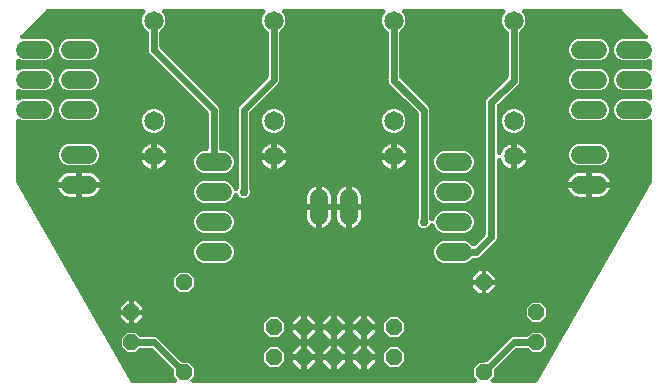
<source format=gbl>
G04 EAGLE Gerber RS-274X export*
G75*
%MOMM*%
%FSLAX34Y34*%
%LPD*%
%INBottom Copper*%
%IPPOS*%
%AMOC8*
5,1,8,0,0,1.08239X$1,22.5*%
G01*
%ADD10P,1.429621X8X292.500000*%
%ADD11P,1.539592X8X22.500000*%
%ADD12P,1.429621X8X112.500000*%
%ADD13C,1.524000*%
%ADD14C,1.650000*%
%ADD15C,0.609600*%
%ADD16C,0.756400*%

G36*
X144898Y10162D02*
X144898Y10162D01*
X144907Y10161D01*
X145099Y10182D01*
X145290Y10201D01*
X145299Y10203D01*
X145308Y10204D01*
X145490Y10262D01*
X145675Y10319D01*
X145683Y10323D01*
X145692Y10326D01*
X145860Y10419D01*
X146029Y10511D01*
X146036Y10516D01*
X146044Y10521D01*
X146191Y10645D01*
X146338Y10768D01*
X146344Y10775D01*
X146351Y10781D01*
X146470Y10932D01*
X146591Y11082D01*
X146595Y11090D01*
X146600Y11097D01*
X146688Y11270D01*
X146776Y11439D01*
X146779Y11448D01*
X146783Y11456D01*
X146835Y11642D01*
X146888Y11826D01*
X146888Y11835D01*
X146891Y11844D01*
X146905Y12037D01*
X146921Y12228D01*
X146920Y12236D01*
X146920Y12245D01*
X146896Y12438D01*
X146874Y12627D01*
X146871Y12636D01*
X146870Y12645D01*
X146808Y12828D01*
X146749Y13010D01*
X146744Y13018D01*
X146742Y13026D01*
X146646Y13192D01*
X146551Y13361D01*
X146545Y13368D01*
X146541Y13375D01*
X146326Y13628D01*
X144271Y15683D01*
X144271Y19871D01*
X144269Y19897D01*
X144271Y19924D01*
X144249Y20098D01*
X144231Y20271D01*
X144224Y20297D01*
X144220Y20323D01*
X144165Y20489D01*
X144113Y20656D01*
X144100Y20680D01*
X144092Y20705D01*
X144005Y20857D01*
X143921Y21010D01*
X143904Y21031D01*
X143891Y21054D01*
X143676Y21307D01*
X125701Y39282D01*
X125680Y39299D01*
X125663Y39320D01*
X125525Y39427D01*
X125389Y39537D01*
X125366Y39550D01*
X125345Y39566D01*
X125188Y39644D01*
X125034Y39726D01*
X125008Y39734D01*
X124984Y39746D01*
X124815Y39791D01*
X124648Y39841D01*
X124621Y39843D01*
X124595Y39850D01*
X124265Y39877D01*
X115714Y39877D01*
X115688Y39875D01*
X115661Y39877D01*
X115487Y39855D01*
X115314Y39837D01*
X115288Y39830D01*
X115262Y39826D01*
X115096Y39770D01*
X114929Y39719D01*
X114905Y39706D01*
X114880Y39698D01*
X114728Y39611D01*
X114575Y39527D01*
X114554Y39510D01*
X114531Y39497D01*
X114278Y39282D01*
X111317Y36321D01*
X104583Y36321D01*
X99821Y41083D01*
X99821Y47817D01*
X104583Y52579D01*
X111317Y52579D01*
X114278Y49618D01*
X114299Y49601D01*
X114316Y49580D01*
X114454Y49473D01*
X114590Y49363D01*
X114613Y49350D01*
X114634Y49334D01*
X114791Y49256D01*
X114945Y49174D01*
X114971Y49166D01*
X114995Y49154D01*
X115164Y49109D01*
X115331Y49059D01*
X115358Y49057D01*
X115384Y49050D01*
X115714Y49023D01*
X127910Y49023D01*
X129590Y48327D01*
X150143Y27774D01*
X150164Y27757D01*
X150181Y27736D01*
X150319Y27629D01*
X150455Y27519D01*
X150478Y27506D01*
X150499Y27490D01*
X150656Y27412D01*
X150810Y27330D01*
X150836Y27322D01*
X150860Y27310D01*
X151029Y27265D01*
X151196Y27215D01*
X151223Y27213D01*
X151249Y27206D01*
X151579Y27179D01*
X155767Y27179D01*
X160529Y22417D01*
X160529Y15683D01*
X158474Y13628D01*
X158468Y13621D01*
X158462Y13616D01*
X158341Y13466D01*
X158219Y13317D01*
X158215Y13309D01*
X158209Y13302D01*
X158121Y13132D01*
X158030Y12961D01*
X158028Y12952D01*
X158024Y12945D01*
X157971Y12760D01*
X157916Y12575D01*
X157915Y12566D01*
X157912Y12558D01*
X157897Y12367D01*
X157879Y12174D01*
X157880Y12165D01*
X157879Y12156D01*
X157902Y11967D01*
X157923Y11774D01*
X157925Y11765D01*
X157926Y11757D01*
X157986Y11575D01*
X158044Y11390D01*
X158048Y11382D01*
X158051Y11374D01*
X158146Y11205D01*
X158239Y11038D01*
X158245Y11031D01*
X158249Y11023D01*
X158375Y10877D01*
X158499Y10731D01*
X158506Y10725D01*
X158512Y10718D01*
X158664Y10601D01*
X158815Y10481D01*
X158823Y10477D01*
X158830Y10472D01*
X159002Y10386D01*
X159174Y10299D01*
X159183Y10296D01*
X159191Y10292D01*
X159377Y10242D01*
X159562Y10191D01*
X159571Y10190D01*
X159580Y10188D01*
X159910Y10161D01*
X398890Y10161D01*
X398898Y10162D01*
X398907Y10161D01*
X399099Y10182D01*
X399290Y10201D01*
X399299Y10203D01*
X399308Y10204D01*
X399490Y10262D01*
X399675Y10319D01*
X399683Y10323D01*
X399692Y10326D01*
X399860Y10419D01*
X400029Y10511D01*
X400036Y10516D01*
X400044Y10521D01*
X400191Y10645D01*
X400338Y10768D01*
X400344Y10775D01*
X400351Y10781D01*
X400470Y10932D01*
X400591Y11082D01*
X400595Y11090D01*
X400600Y11097D01*
X400688Y11270D01*
X400776Y11439D01*
X400779Y11448D01*
X400783Y11456D01*
X400835Y11642D01*
X400888Y11826D01*
X400888Y11835D01*
X400891Y11844D01*
X400905Y12037D01*
X400921Y12228D01*
X400920Y12236D01*
X400920Y12245D01*
X400896Y12438D01*
X400874Y12627D01*
X400871Y12636D01*
X400870Y12645D01*
X400808Y12828D01*
X400749Y13010D01*
X400744Y13018D01*
X400742Y13026D01*
X400646Y13192D01*
X400551Y13361D01*
X400545Y13368D01*
X400541Y13375D01*
X400326Y13628D01*
X398271Y15683D01*
X398271Y22417D01*
X403033Y27179D01*
X407221Y27179D01*
X407247Y27181D01*
X407274Y27179D01*
X407448Y27201D01*
X407621Y27219D01*
X407647Y27226D01*
X407673Y27230D01*
X407839Y27285D01*
X408006Y27337D01*
X408030Y27350D01*
X408055Y27358D01*
X408207Y27445D01*
X408360Y27529D01*
X408381Y27546D01*
X408404Y27559D01*
X408657Y27774D01*
X429210Y48327D01*
X430890Y49023D01*
X443086Y49023D01*
X443112Y49025D01*
X443139Y49023D01*
X443313Y49045D01*
X443486Y49063D01*
X443512Y49070D01*
X443538Y49074D01*
X443704Y49130D01*
X443871Y49181D01*
X443895Y49194D01*
X443920Y49202D01*
X444072Y49289D01*
X444225Y49373D01*
X444246Y49390D01*
X444269Y49403D01*
X444522Y49618D01*
X447483Y52579D01*
X454217Y52579D01*
X458979Y47817D01*
X458979Y41083D01*
X454217Y36321D01*
X447483Y36321D01*
X444522Y39282D01*
X444501Y39299D01*
X444484Y39320D01*
X444346Y39427D01*
X444210Y39537D01*
X444187Y39550D01*
X444166Y39566D01*
X444009Y39644D01*
X443855Y39726D01*
X443829Y39734D01*
X443805Y39746D01*
X443636Y39791D01*
X443469Y39841D01*
X443442Y39843D01*
X443416Y39850D01*
X443086Y39877D01*
X434535Y39877D01*
X434509Y39875D01*
X434482Y39877D01*
X434308Y39855D01*
X434135Y39837D01*
X434109Y39830D01*
X434083Y39826D01*
X433917Y39771D01*
X433750Y39719D01*
X433726Y39706D01*
X433701Y39698D01*
X433549Y39611D01*
X433396Y39527D01*
X433375Y39510D01*
X433352Y39497D01*
X433099Y39282D01*
X415124Y21307D01*
X415107Y21286D01*
X415086Y21269D01*
X414979Y21131D01*
X414869Y20995D01*
X414856Y20972D01*
X414840Y20951D01*
X414762Y20794D01*
X414680Y20640D01*
X414672Y20614D01*
X414660Y20590D01*
X414615Y20421D01*
X414565Y20254D01*
X414563Y20227D01*
X414556Y20201D01*
X414529Y19871D01*
X414529Y15683D01*
X412474Y13628D01*
X412468Y13621D01*
X412462Y13616D01*
X412341Y13466D01*
X412219Y13317D01*
X412215Y13309D01*
X412209Y13302D01*
X412121Y13132D01*
X412030Y12961D01*
X412028Y12952D01*
X412024Y12945D01*
X411971Y12760D01*
X411916Y12575D01*
X411915Y12566D01*
X411912Y12558D01*
X411897Y12367D01*
X411879Y12174D01*
X411880Y12165D01*
X411879Y12156D01*
X411902Y11967D01*
X411923Y11774D01*
X411925Y11765D01*
X411926Y11757D01*
X411986Y11575D01*
X412044Y11390D01*
X412048Y11382D01*
X412051Y11374D01*
X412146Y11205D01*
X412239Y11038D01*
X412245Y11031D01*
X412249Y11023D01*
X412375Y10877D01*
X412499Y10731D01*
X412506Y10725D01*
X412512Y10718D01*
X412664Y10601D01*
X412815Y10481D01*
X412823Y10477D01*
X412830Y10472D01*
X413002Y10386D01*
X413174Y10299D01*
X413183Y10296D01*
X413191Y10292D01*
X413377Y10242D01*
X413562Y10191D01*
X413571Y10190D01*
X413580Y10188D01*
X413910Y10161D01*
X450125Y10161D01*
X450220Y10170D01*
X450315Y10170D01*
X450420Y10190D01*
X450525Y10201D01*
X450617Y10229D01*
X450710Y10247D01*
X450809Y10288D01*
X450910Y10319D01*
X450994Y10364D01*
X451083Y10401D01*
X451171Y10460D01*
X451264Y10511D01*
X451338Y10572D01*
X451417Y10625D01*
X451492Y10700D01*
X451574Y10768D01*
X451633Y10843D01*
X451701Y10911D01*
X451775Y11018D01*
X451826Y11082D01*
X451850Y11128D01*
X451888Y11184D01*
X548372Y180030D01*
X548437Y180176D01*
X548508Y180318D01*
X548519Y180359D01*
X548536Y180398D01*
X548571Y180553D01*
X548612Y180707D01*
X548616Y180754D01*
X548624Y180790D01*
X548626Y180877D01*
X548639Y181038D01*
X548639Y231518D01*
X548638Y231531D01*
X548639Y231544D01*
X548618Y231731D01*
X548599Y231918D01*
X548595Y231931D01*
X548594Y231945D01*
X548536Y232123D01*
X548481Y232303D01*
X548475Y232315D01*
X548471Y232328D01*
X548379Y232492D01*
X548289Y232657D01*
X548281Y232668D01*
X548274Y232679D01*
X548152Y232823D01*
X548032Y232967D01*
X548021Y232975D01*
X548013Y232985D01*
X547864Y233101D01*
X547718Y233219D01*
X547706Y233225D01*
X547696Y233233D01*
X547527Y233318D01*
X547361Y233404D01*
X547348Y233408D01*
X547336Y233414D01*
X547154Y233464D01*
X546974Y233516D01*
X546960Y233517D01*
X546947Y233521D01*
X546759Y233533D01*
X546572Y233549D01*
X546559Y233547D01*
X546546Y233548D01*
X546358Y233524D01*
X546173Y233502D01*
X546160Y233498D01*
X546147Y233496D01*
X545831Y233394D01*
X542839Y232155D01*
X523961Y232155D01*
X520600Y233547D01*
X518027Y236120D01*
X516635Y239481D01*
X516635Y243119D01*
X518027Y246480D01*
X520600Y249053D01*
X522902Y250006D01*
X523961Y250445D01*
X542839Y250445D01*
X545831Y249206D01*
X545844Y249202D01*
X545855Y249196D01*
X546036Y249144D01*
X546216Y249089D01*
X546229Y249088D01*
X546242Y249084D01*
X546430Y249069D01*
X546617Y249051D01*
X546630Y249052D01*
X546644Y249051D01*
X546831Y249073D01*
X547017Y249093D01*
X547030Y249097D01*
X547043Y249098D01*
X547223Y249157D01*
X547402Y249212D01*
X547413Y249219D01*
X547426Y249223D01*
X547591Y249316D01*
X547755Y249406D01*
X547765Y249414D01*
X547777Y249421D01*
X547919Y249544D01*
X548063Y249665D01*
X548071Y249675D01*
X548082Y249684D01*
X548197Y249833D01*
X548314Y249980D01*
X548320Y249992D01*
X548328Y250002D01*
X548412Y250171D01*
X548498Y250338D01*
X548502Y250351D01*
X548508Y250363D01*
X548557Y250546D01*
X548608Y250725D01*
X548609Y250738D01*
X548612Y250751D01*
X548639Y251082D01*
X548639Y256918D01*
X548638Y256931D01*
X548639Y256944D01*
X548618Y257131D01*
X548599Y257318D01*
X548595Y257331D01*
X548594Y257345D01*
X548536Y257523D01*
X548481Y257703D01*
X548475Y257715D01*
X548471Y257728D01*
X548379Y257892D01*
X548289Y258057D01*
X548281Y258068D01*
X548274Y258079D01*
X548152Y258223D01*
X548032Y258367D01*
X548021Y258375D01*
X548013Y258385D01*
X547864Y258501D01*
X547718Y258619D01*
X547706Y258625D01*
X547696Y258633D01*
X547527Y258718D01*
X547361Y258804D01*
X547348Y258808D01*
X547336Y258814D01*
X547154Y258864D01*
X546974Y258916D01*
X546960Y258917D01*
X546947Y258921D01*
X546759Y258933D01*
X546572Y258949D01*
X546559Y258947D01*
X546546Y258948D01*
X546358Y258924D01*
X546173Y258902D01*
X546160Y258898D01*
X546147Y258896D01*
X545831Y258794D01*
X542839Y257555D01*
X523961Y257555D01*
X520600Y258947D01*
X518027Y261520D01*
X516635Y264881D01*
X516635Y268519D01*
X518027Y271880D01*
X520600Y274453D01*
X523961Y275845D01*
X542839Y275845D01*
X545831Y274606D01*
X545844Y274602D01*
X545855Y274596D01*
X546036Y274544D01*
X546216Y274489D01*
X546229Y274488D01*
X546242Y274484D01*
X546430Y274469D01*
X546617Y274451D01*
X546630Y274452D01*
X546644Y274451D01*
X546831Y274473D01*
X547017Y274493D01*
X547030Y274497D01*
X547043Y274498D01*
X547223Y274557D01*
X547402Y274612D01*
X547413Y274619D01*
X547426Y274623D01*
X547591Y274716D01*
X547755Y274806D01*
X547765Y274814D01*
X547777Y274821D01*
X547919Y274944D01*
X548063Y275065D01*
X548071Y275075D01*
X548082Y275084D01*
X548197Y275233D01*
X548314Y275380D01*
X548320Y275392D01*
X548328Y275402D01*
X548412Y275571D01*
X548498Y275738D01*
X548502Y275751D01*
X548508Y275763D01*
X548557Y275946D01*
X548608Y276125D01*
X548609Y276138D01*
X548612Y276151D01*
X548639Y276482D01*
X548639Y282318D01*
X548638Y282331D01*
X548639Y282344D01*
X548618Y282531D01*
X548599Y282718D01*
X548595Y282731D01*
X548594Y282745D01*
X548536Y282923D01*
X548481Y283103D01*
X548475Y283115D01*
X548471Y283128D01*
X548379Y283292D01*
X548289Y283457D01*
X548281Y283468D01*
X548274Y283479D01*
X548152Y283623D01*
X548032Y283767D01*
X548021Y283775D01*
X548013Y283785D01*
X547864Y283901D01*
X547718Y284019D01*
X547706Y284025D01*
X547696Y284033D01*
X547527Y284118D01*
X547361Y284204D01*
X547348Y284208D01*
X547336Y284214D01*
X547154Y284264D01*
X546974Y284316D01*
X546960Y284317D01*
X546947Y284321D01*
X546759Y284333D01*
X546572Y284349D01*
X546559Y284347D01*
X546546Y284348D01*
X546358Y284324D01*
X546173Y284302D01*
X546160Y284298D01*
X546147Y284296D01*
X545831Y284194D01*
X542839Y282955D01*
X523961Y282955D01*
X520600Y284347D01*
X518027Y286920D01*
X516635Y290281D01*
X516635Y293919D01*
X518027Y297280D01*
X520600Y299853D01*
X523961Y301245D01*
X543082Y301245D01*
X543091Y301246D01*
X543100Y301245D01*
X543293Y301266D01*
X543483Y301285D01*
X543491Y301287D01*
X543500Y301288D01*
X543685Y301347D01*
X543868Y301403D01*
X543875Y301407D01*
X543884Y301410D01*
X544053Y301503D01*
X544222Y301595D01*
X544228Y301600D01*
X544236Y301605D01*
X544383Y301729D01*
X544531Y301852D01*
X544536Y301859D01*
X544543Y301865D01*
X544663Y302017D01*
X544783Y302166D01*
X544787Y302174D01*
X544793Y302181D01*
X544881Y302354D01*
X544969Y302523D01*
X544971Y302532D01*
X544975Y302540D01*
X545027Y302726D01*
X545080Y302910D01*
X545081Y302919D01*
X545083Y302928D01*
X545097Y303121D01*
X545113Y303312D01*
X545112Y303320D01*
X545113Y303329D01*
X545088Y303522D01*
X545066Y303711D01*
X545063Y303720D01*
X545062Y303729D01*
X545001Y303912D01*
X544941Y304094D01*
X544937Y304102D01*
X544934Y304110D01*
X544838Y304277D01*
X544743Y304445D01*
X544737Y304452D01*
X544733Y304459D01*
X544518Y304712D01*
X523436Y325794D01*
X523416Y325811D01*
X523398Y325832D01*
X523260Y325939D01*
X523125Y326049D01*
X523101Y326062D01*
X523080Y326078D01*
X522923Y326156D01*
X522769Y326238D01*
X522744Y326246D01*
X522719Y326258D01*
X522550Y326303D01*
X522383Y326353D01*
X522357Y326355D01*
X522331Y326362D01*
X522000Y326389D01*
X440838Y326389D01*
X440829Y326388D01*
X440820Y326389D01*
X440628Y326368D01*
X440438Y326349D01*
X440429Y326347D01*
X440420Y326346D01*
X440238Y326288D01*
X440053Y326231D01*
X440045Y326227D01*
X440036Y326224D01*
X439868Y326131D01*
X439699Y326039D01*
X439692Y326034D01*
X439684Y326029D01*
X439536Y325904D01*
X439389Y325782D01*
X439384Y325775D01*
X439377Y325769D01*
X439257Y325617D01*
X439137Y325468D01*
X439133Y325460D01*
X439127Y325453D01*
X439040Y325280D01*
X438951Y325111D01*
X438949Y325102D01*
X438945Y325094D01*
X438893Y324909D01*
X438840Y324724D01*
X438839Y324715D01*
X438837Y324706D01*
X438823Y324512D01*
X438807Y324322D01*
X438808Y324314D01*
X438808Y324305D01*
X438832Y324114D01*
X438854Y323923D01*
X438857Y323914D01*
X438858Y323905D01*
X438919Y323724D01*
X438979Y323540D01*
X438983Y323532D01*
X438986Y323524D01*
X439082Y323356D01*
X439177Y323189D01*
X439183Y323182D01*
X439187Y323175D01*
X439402Y322922D01*
X440087Y322237D01*
X441575Y318644D01*
X441575Y314756D01*
X440087Y311163D01*
X437250Y308326D01*
X437235Y308318D01*
X437100Y308201D01*
X436962Y308087D01*
X436947Y308070D01*
X436930Y308055D01*
X436821Y307913D01*
X436708Y307774D01*
X436697Y307755D01*
X436684Y307737D01*
X436604Y307577D01*
X436521Y307418D01*
X436514Y307396D01*
X436504Y307376D01*
X436458Y307203D01*
X436408Y307032D01*
X436406Y307009D01*
X436400Y306987D01*
X436373Y306657D01*
X436373Y267140D01*
X436374Y267131D01*
X436373Y267122D01*
X436394Y266930D01*
X436395Y266912D01*
X436373Y265873D01*
X436375Y265853D01*
X436373Y265829D01*
X436373Y264939D01*
X436015Y264125D01*
X436009Y264106D01*
X435998Y264085D01*
X435657Y263263D01*
X435014Y262647D01*
X435002Y262632D01*
X434983Y262616D01*
X434276Y261909D01*
X434068Y261740D01*
X417949Y246298D01*
X417917Y246261D01*
X417880Y246229D01*
X417787Y246108D01*
X417687Y245992D01*
X417663Y245950D01*
X417634Y245911D01*
X417566Y245774D01*
X417491Y245640D01*
X417476Y245594D01*
X417454Y245551D01*
X417415Y245402D01*
X417368Y245257D01*
X417362Y245209D01*
X417350Y245162D01*
X417330Y244921D01*
X417323Y244857D01*
X417324Y244845D01*
X417323Y244831D01*
X417323Y204888D01*
X417331Y204804D01*
X417330Y204720D01*
X417351Y204604D01*
X417363Y204487D01*
X417387Y204407D01*
X417403Y204324D01*
X417446Y204215D01*
X417481Y204102D01*
X417521Y204028D01*
X417552Y203950D01*
X417617Y203851D01*
X417673Y203748D01*
X417726Y203684D01*
X417773Y203613D01*
X417855Y203529D01*
X417930Y203439D01*
X417996Y203386D01*
X418055Y203326D01*
X418153Y203260D01*
X418244Y203187D01*
X418319Y203148D01*
X418389Y203101D01*
X418497Y203055D01*
X418601Y203001D01*
X418682Y202978D01*
X418760Y202945D01*
X418875Y202922D01*
X418988Y202890D01*
X419072Y202883D01*
X419155Y202866D01*
X419272Y202867D01*
X419390Y202857D01*
X419473Y202867D01*
X419558Y202867D01*
X419673Y202890D01*
X419789Y202904D01*
X419870Y202930D01*
X419952Y202947D01*
X420061Y202992D01*
X420172Y203029D01*
X420246Y203070D01*
X420323Y203103D01*
X420421Y203169D01*
X420523Y203227D01*
X420587Y203282D01*
X420656Y203329D01*
X420739Y203413D01*
X420827Y203490D01*
X420879Y203556D01*
X420938Y203617D01*
X421002Y203715D01*
X421074Y203808D01*
X421112Y203883D01*
X421158Y203954D01*
X421215Y204091D01*
X421254Y204168D01*
X421265Y204209D01*
X421286Y204260D01*
X421800Y205842D01*
X422571Y207356D01*
X423569Y208730D01*
X424770Y209931D01*
X426144Y210929D01*
X427658Y211700D01*
X429051Y212153D01*
X429051Y202418D01*
X429052Y202400D01*
X429051Y202383D01*
X429072Y202200D01*
X429091Y202018D01*
X429096Y202001D01*
X429098Y201983D01*
X429155Y201808D01*
X429186Y201708D01*
X429182Y201701D01*
X429134Y201523D01*
X429084Y201348D01*
X429082Y201330D01*
X429078Y201313D01*
X429051Y200982D01*
X429051Y191247D01*
X427658Y191700D01*
X426144Y192471D01*
X424770Y193469D01*
X423569Y194670D01*
X422571Y196044D01*
X421800Y197558D01*
X421286Y199140D01*
X421252Y199217D01*
X421227Y199298D01*
X421171Y199401D01*
X421124Y199508D01*
X421076Y199578D01*
X421035Y199652D01*
X420960Y199742D01*
X420893Y199838D01*
X420832Y199896D01*
X420778Y199961D01*
X420686Y200034D01*
X420601Y200115D01*
X420530Y200160D01*
X420464Y200213D01*
X420360Y200267D01*
X420260Y200330D01*
X420181Y200360D01*
X420107Y200399D01*
X419994Y200431D01*
X419884Y200473D01*
X419801Y200487D01*
X419720Y200510D01*
X419603Y200520D01*
X419487Y200539D01*
X419402Y200536D01*
X419318Y200543D01*
X419202Y200529D01*
X419084Y200525D01*
X419002Y200506D01*
X418919Y200496D01*
X418807Y200460D01*
X418693Y200433D01*
X418616Y200397D01*
X418536Y200371D01*
X418433Y200313D01*
X418327Y200264D01*
X418259Y200215D01*
X418185Y200173D01*
X418096Y200097D01*
X418001Y200027D01*
X417944Y199965D01*
X417880Y199910D01*
X417809Y199818D01*
X417729Y199731D01*
X417685Y199659D01*
X417634Y199592D01*
X417581Y199487D01*
X417521Y199386D01*
X417492Y199307D01*
X417454Y199232D01*
X417424Y199118D01*
X417384Y199008D01*
X417372Y198924D01*
X417350Y198843D01*
X417338Y198694D01*
X417325Y198609D01*
X417327Y198567D01*
X417323Y198512D01*
X417323Y132440D01*
X416627Y130760D01*
X402640Y116773D01*
X400960Y116077D01*
X397821Y116077D01*
X397795Y116075D01*
X397768Y116077D01*
X397594Y116055D01*
X397421Y116037D01*
X397395Y116030D01*
X397369Y116026D01*
X397203Y115971D01*
X397036Y115919D01*
X397012Y115906D01*
X396987Y115898D01*
X396835Y115811D01*
X396682Y115727D01*
X396661Y115710D01*
X396638Y115697D01*
X396385Y115482D01*
X393800Y112897D01*
X390439Y111505D01*
X371561Y111505D01*
X368200Y112897D01*
X365627Y115470D01*
X364235Y118831D01*
X364235Y122469D01*
X365627Y125830D01*
X368200Y128403D01*
X371561Y129795D01*
X390439Y129795D01*
X393800Y128403D01*
X396132Y126071D01*
X396145Y126060D01*
X396157Y126046D01*
X396301Y125932D01*
X396443Y125816D01*
X396459Y125808D01*
X396473Y125797D01*
X396637Y125713D01*
X396799Y125627D01*
X396816Y125622D01*
X396832Y125614D01*
X397009Y125565D01*
X397185Y125513D01*
X397202Y125511D01*
X397220Y125506D01*
X397403Y125493D01*
X397586Y125476D01*
X397603Y125478D01*
X397621Y125477D01*
X397803Y125500D01*
X397986Y125520D01*
X398003Y125525D01*
X398021Y125527D01*
X398194Y125586D01*
X398370Y125641D01*
X398385Y125650D01*
X398402Y125655D01*
X398562Y125747D01*
X398722Y125836D01*
X398736Y125847D01*
X398751Y125856D01*
X399004Y126071D01*
X407582Y134649D01*
X407599Y134670D01*
X407620Y134687D01*
X407727Y134825D01*
X407837Y134961D01*
X407850Y134984D01*
X407866Y135005D01*
X407944Y135162D01*
X408026Y135316D01*
X408034Y135342D01*
X408046Y135366D01*
X408091Y135535D01*
X408141Y135702D01*
X408143Y135729D01*
X408150Y135755D01*
X408177Y136085D01*
X408177Y246410D01*
X408176Y246419D01*
X408177Y246428D01*
X408156Y246620D01*
X408155Y246638D01*
X408177Y247677D01*
X408175Y247697D01*
X408177Y247721D01*
X408177Y248611D01*
X408535Y249425D01*
X408541Y249444D01*
X408552Y249465D01*
X408893Y250287D01*
X409536Y250903D01*
X409548Y250918D01*
X409567Y250933D01*
X410274Y251641D01*
X410482Y251810D01*
X426601Y267252D01*
X426633Y267289D01*
X426670Y267321D01*
X426763Y267442D01*
X426863Y267558D01*
X426887Y267600D01*
X426916Y267639D01*
X426984Y267776D01*
X427059Y267910D01*
X427074Y267956D01*
X427096Y267999D01*
X427135Y268147D01*
X427182Y268293D01*
X427188Y268341D01*
X427200Y268388D01*
X427220Y268629D01*
X427227Y268693D01*
X427226Y268705D01*
X427227Y268719D01*
X427227Y306657D01*
X427225Y306679D01*
X427227Y306702D01*
X427205Y306879D01*
X427187Y307057D01*
X427181Y307079D01*
X427178Y307101D01*
X427122Y307271D01*
X427069Y307442D01*
X427058Y307462D01*
X427051Y307483D01*
X426963Y307639D01*
X426877Y307796D01*
X426863Y307814D01*
X426852Y307833D01*
X426734Y307968D01*
X426620Y308106D01*
X426602Y308120D01*
X426587Y308137D01*
X426445Y308246D01*
X426370Y308306D01*
X423513Y311163D01*
X422025Y314756D01*
X422025Y318644D01*
X423513Y322237D01*
X424198Y322922D01*
X424204Y322929D01*
X424211Y322934D01*
X424330Y323083D01*
X424453Y323233D01*
X424457Y323241D01*
X424463Y323248D01*
X424551Y323418D01*
X424642Y323589D01*
X424644Y323598D01*
X424649Y323605D01*
X424702Y323790D01*
X424757Y323975D01*
X424757Y323984D01*
X424760Y323992D01*
X424775Y324181D01*
X424793Y324376D01*
X424792Y324385D01*
X424793Y324394D01*
X424771Y324583D01*
X424750Y324776D01*
X424747Y324785D01*
X424746Y324793D01*
X424686Y324976D01*
X424628Y325160D01*
X424624Y325168D01*
X424621Y325176D01*
X424526Y325344D01*
X424433Y325512D01*
X424428Y325519D01*
X424423Y325527D01*
X424297Y325673D01*
X424173Y325819D01*
X424166Y325825D01*
X424160Y325832D01*
X424007Y325950D01*
X423857Y326069D01*
X423849Y326073D01*
X423842Y326078D01*
X423670Y326164D01*
X423498Y326251D01*
X423489Y326254D01*
X423481Y326258D01*
X423296Y326307D01*
X423110Y326359D01*
X423101Y326360D01*
X423093Y326362D01*
X422762Y326389D01*
X339238Y326389D01*
X339229Y326388D01*
X339220Y326389D01*
X339028Y326368D01*
X338838Y326349D01*
X338829Y326347D01*
X338820Y326346D01*
X338638Y326288D01*
X338453Y326231D01*
X338445Y326227D01*
X338436Y326224D01*
X338268Y326131D01*
X338099Y326039D01*
X338092Y326034D01*
X338084Y326029D01*
X337936Y325904D01*
X337789Y325782D01*
X337784Y325775D01*
X337777Y325769D01*
X337657Y325617D01*
X337537Y325468D01*
X337533Y325460D01*
X337527Y325453D01*
X337440Y325280D01*
X337351Y325111D01*
X337349Y325102D01*
X337345Y325094D01*
X337293Y324909D01*
X337240Y324724D01*
X337239Y324715D01*
X337237Y324706D01*
X337223Y324512D01*
X337207Y324322D01*
X337208Y324314D01*
X337208Y324305D01*
X337232Y324114D01*
X337254Y323923D01*
X337257Y323914D01*
X337258Y323905D01*
X337319Y323724D01*
X337379Y323540D01*
X337383Y323532D01*
X337386Y323524D01*
X337482Y323356D01*
X337577Y323189D01*
X337583Y323182D01*
X337587Y323175D01*
X337802Y322922D01*
X338487Y322237D01*
X339975Y318644D01*
X339975Y314756D01*
X338487Y311163D01*
X335650Y308326D01*
X335635Y308318D01*
X335500Y308201D01*
X335362Y308087D01*
X335347Y308070D01*
X335330Y308055D01*
X335221Y307913D01*
X335108Y307774D01*
X335097Y307755D01*
X335084Y307737D01*
X335004Y307577D01*
X334921Y307418D01*
X334914Y307396D01*
X334904Y307376D01*
X334858Y307203D01*
X334808Y307032D01*
X334806Y307009D01*
X334800Y306987D01*
X334773Y306657D01*
X334773Y268698D01*
X334777Y268655D01*
X334775Y268612D01*
X334797Y268455D01*
X334813Y268297D01*
X334825Y268256D01*
X334831Y268213D01*
X334884Y268064D01*
X334931Y267912D01*
X334951Y267874D01*
X334966Y267834D01*
X335047Y267697D01*
X335123Y267558D01*
X335150Y267525D01*
X335172Y267488D01*
X335351Y267284D01*
X335380Y267249D01*
X335385Y267245D01*
X335391Y267238D01*
X357877Y245460D01*
X357889Y245451D01*
X357899Y245440D01*
X358021Y245346D01*
X358796Y244571D01*
X358807Y244562D01*
X358819Y244548D01*
X359462Y243925D01*
X359805Y243098D01*
X359811Y243085D01*
X359817Y243068D01*
X360173Y242248D01*
X360173Y241352D01*
X360174Y241337D01*
X360173Y241319D01*
X360190Y240253D01*
X360173Y240041D01*
X360173Y149282D01*
X360176Y149251D01*
X360174Y149220D01*
X360196Y149050D01*
X360213Y148881D01*
X360222Y148851D01*
X360226Y148820D01*
X360327Y148504D01*
X360536Y148000D01*
X360540Y147992D01*
X360543Y147984D01*
X360635Y147815D01*
X360726Y147645D01*
X360732Y147638D01*
X360736Y147630D01*
X360860Y147483D01*
X360983Y147335D01*
X360990Y147329D01*
X360996Y147322D01*
X361145Y147203D01*
X361295Y147081D01*
X361303Y147077D01*
X361310Y147071D01*
X361480Y146984D01*
X361652Y146894D01*
X361661Y146891D01*
X361669Y146887D01*
X361852Y146835D01*
X362038Y146781D01*
X362047Y146780D01*
X362056Y146778D01*
X362247Y146763D01*
X362440Y146746D01*
X362448Y146747D01*
X362457Y146747D01*
X362647Y146770D01*
X362840Y146791D01*
X362848Y146794D01*
X362857Y146795D01*
X363038Y146855D01*
X363223Y146915D01*
X363231Y146919D01*
X363239Y146922D01*
X363406Y147017D01*
X363574Y147111D01*
X363581Y147117D01*
X363589Y147121D01*
X363734Y147247D01*
X363880Y147373D01*
X363886Y147380D01*
X363893Y147386D01*
X364010Y147538D01*
X364128Y147690D01*
X364132Y147698D01*
X364138Y147705D01*
X364290Y148000D01*
X365627Y151230D01*
X368200Y153803D01*
X371561Y155195D01*
X390439Y155195D01*
X393800Y153803D01*
X396373Y151230D01*
X397765Y147869D01*
X397765Y144231D01*
X396373Y140870D01*
X393800Y138297D01*
X390439Y136905D01*
X371561Y136905D01*
X368200Y138297D01*
X365627Y140870D01*
X364290Y144100D01*
X364285Y144108D01*
X364283Y144116D01*
X364190Y144286D01*
X364099Y144455D01*
X364094Y144462D01*
X364089Y144470D01*
X363966Y144617D01*
X363843Y144765D01*
X363836Y144771D01*
X363830Y144778D01*
X363679Y144898D01*
X363530Y145019D01*
X363522Y145023D01*
X363515Y145029D01*
X363342Y145118D01*
X363174Y145206D01*
X363165Y145209D01*
X363157Y145213D01*
X362971Y145265D01*
X362787Y145319D01*
X362778Y145320D01*
X362770Y145322D01*
X362579Y145337D01*
X362386Y145354D01*
X362377Y145353D01*
X362368Y145353D01*
X362177Y145330D01*
X361986Y145309D01*
X361978Y145306D01*
X361969Y145305D01*
X361786Y145244D01*
X361603Y145185D01*
X361595Y145181D01*
X361587Y145178D01*
X361420Y145083D01*
X361251Y144989D01*
X361245Y144983D01*
X361237Y144979D01*
X361093Y144853D01*
X360946Y144727D01*
X360940Y144720D01*
X360933Y144714D01*
X360816Y144562D01*
X360697Y144410D01*
X360693Y144402D01*
X360688Y144395D01*
X360536Y144100D01*
X360099Y143044D01*
X358606Y141551D01*
X356656Y140743D01*
X354544Y140743D01*
X352594Y141551D01*
X351101Y143044D01*
X350293Y144994D01*
X350293Y147106D01*
X350873Y148504D01*
X350882Y148534D01*
X350896Y148562D01*
X350940Y148727D01*
X350989Y148890D01*
X350992Y148921D01*
X351000Y148951D01*
X351027Y149282D01*
X351027Y238502D01*
X351023Y238545D01*
X351025Y238588D01*
X351003Y238745D01*
X350987Y238903D01*
X350975Y238944D01*
X350969Y238987D01*
X350916Y239136D01*
X350869Y239288D01*
X350849Y239326D01*
X350834Y239366D01*
X350753Y239503D01*
X350677Y239642D01*
X350650Y239675D01*
X350628Y239712D01*
X350449Y239916D01*
X350420Y239951D01*
X350415Y239955D01*
X350409Y239962D01*
X327923Y261740D01*
X327911Y261749D01*
X327901Y261760D01*
X327779Y261854D01*
X327004Y262629D01*
X326993Y262638D01*
X326981Y262652D01*
X326338Y263275D01*
X325995Y264102D01*
X325989Y264115D01*
X325983Y264132D01*
X325627Y264952D01*
X325627Y265848D01*
X325626Y265862D01*
X325627Y265881D01*
X325610Y266947D01*
X325627Y267159D01*
X325627Y306657D01*
X325625Y306679D01*
X325627Y306702D01*
X325605Y306879D01*
X325587Y307057D01*
X325581Y307079D01*
X325578Y307101D01*
X325522Y307271D01*
X325469Y307442D01*
X325458Y307462D01*
X325451Y307483D01*
X325363Y307639D01*
X325277Y307796D01*
X325263Y307814D01*
X325252Y307833D01*
X325134Y307968D01*
X325020Y308106D01*
X325002Y308120D01*
X324987Y308137D01*
X324845Y308246D01*
X324770Y308306D01*
X321913Y311163D01*
X320425Y314756D01*
X320425Y318644D01*
X321913Y322237D01*
X322598Y322922D01*
X322604Y322929D01*
X322611Y322934D01*
X322730Y323083D01*
X322853Y323233D01*
X322857Y323241D01*
X322863Y323248D01*
X322951Y323418D01*
X323042Y323589D01*
X323044Y323598D01*
X323049Y323605D01*
X323102Y323790D01*
X323157Y323975D01*
X323157Y323984D01*
X323160Y323992D01*
X323175Y324181D01*
X323193Y324376D01*
X323192Y324385D01*
X323193Y324394D01*
X323171Y324583D01*
X323150Y324776D01*
X323147Y324785D01*
X323146Y324793D01*
X323086Y324976D01*
X323028Y325160D01*
X323024Y325168D01*
X323021Y325176D01*
X322926Y325344D01*
X322833Y325512D01*
X322828Y325519D01*
X322823Y325527D01*
X322697Y325673D01*
X322573Y325819D01*
X322566Y325825D01*
X322560Y325832D01*
X322407Y325950D01*
X322257Y326069D01*
X322249Y326073D01*
X322242Y326078D01*
X322070Y326164D01*
X321898Y326251D01*
X321889Y326254D01*
X321881Y326258D01*
X321696Y326307D01*
X321510Y326359D01*
X321501Y326360D01*
X321493Y326362D01*
X321162Y326389D01*
X237638Y326389D01*
X237629Y326388D01*
X237620Y326389D01*
X237428Y326368D01*
X237238Y326349D01*
X237229Y326347D01*
X237220Y326346D01*
X237038Y326288D01*
X236853Y326231D01*
X236845Y326227D01*
X236836Y326224D01*
X236668Y326131D01*
X236499Y326039D01*
X236492Y326034D01*
X236484Y326029D01*
X236336Y325904D01*
X236189Y325782D01*
X236184Y325775D01*
X236177Y325769D01*
X236057Y325617D01*
X235937Y325468D01*
X235933Y325460D01*
X235927Y325453D01*
X235840Y325280D01*
X235751Y325111D01*
X235749Y325102D01*
X235745Y325094D01*
X235693Y324909D01*
X235640Y324724D01*
X235639Y324715D01*
X235637Y324706D01*
X235623Y324512D01*
X235607Y324322D01*
X235608Y324314D01*
X235608Y324305D01*
X235632Y324114D01*
X235654Y323923D01*
X235657Y323914D01*
X235658Y323905D01*
X235719Y323724D01*
X235779Y323540D01*
X235783Y323532D01*
X235786Y323524D01*
X235882Y323356D01*
X235977Y323189D01*
X235983Y323182D01*
X235987Y323175D01*
X236202Y322922D01*
X236887Y322237D01*
X238375Y318644D01*
X238375Y314756D01*
X236887Y311163D01*
X234050Y308326D01*
X234035Y308318D01*
X233900Y308201D01*
X233762Y308087D01*
X233747Y308070D01*
X233730Y308055D01*
X233621Y307913D01*
X233508Y307774D01*
X233497Y307755D01*
X233484Y307737D01*
X233404Y307577D01*
X233321Y307418D01*
X233314Y307396D01*
X233304Y307376D01*
X233258Y307203D01*
X233208Y307032D01*
X233206Y307009D01*
X233200Y306987D01*
X233173Y306657D01*
X233173Y265790D01*
X232477Y264110D01*
X208368Y240001D01*
X208351Y239980D01*
X208330Y239963D01*
X208223Y239825D01*
X208113Y239689D01*
X208100Y239666D01*
X208084Y239645D01*
X208006Y239488D01*
X207924Y239334D01*
X207916Y239308D01*
X207904Y239284D01*
X207859Y239115D01*
X207809Y238948D01*
X207807Y238921D01*
X207800Y238895D01*
X207773Y238565D01*
X207773Y174682D01*
X207774Y174669D01*
X207773Y174656D01*
X207775Y174639D01*
X207774Y174619D01*
X207796Y174450D01*
X207813Y174281D01*
X207820Y174258D01*
X207820Y174257D01*
X207822Y174251D01*
X207826Y174220D01*
X207927Y173904D01*
X208507Y172506D01*
X208507Y170394D01*
X207699Y168444D01*
X206206Y166951D01*
X204256Y166143D01*
X202144Y166143D01*
X200194Y166951D01*
X198701Y168444D01*
X198264Y169500D01*
X198259Y169508D01*
X198257Y169516D01*
X198165Y169684D01*
X198074Y169855D01*
X198068Y169862D01*
X198064Y169870D01*
X197940Y170017D01*
X197817Y170165D01*
X197810Y170171D01*
X197804Y170178D01*
X197654Y170298D01*
X197505Y170419D01*
X197497Y170423D01*
X197490Y170429D01*
X197319Y170516D01*
X197148Y170606D01*
X197139Y170609D01*
X197131Y170613D01*
X196948Y170665D01*
X196762Y170719D01*
X196753Y170720D01*
X196744Y170722D01*
X196553Y170737D01*
X196360Y170754D01*
X196352Y170753D01*
X196343Y170753D01*
X196153Y170730D01*
X195960Y170709D01*
X195952Y170706D01*
X195943Y170705D01*
X195763Y170645D01*
X195577Y170585D01*
X195569Y170581D01*
X195561Y170578D01*
X195395Y170484D01*
X195226Y170389D01*
X195219Y170383D01*
X195211Y170379D01*
X195066Y170252D01*
X194920Y170127D01*
X194914Y170120D01*
X194907Y170114D01*
X194790Y169962D01*
X194672Y169810D01*
X194668Y169802D01*
X194662Y169795D01*
X194510Y169500D01*
X193173Y166270D01*
X190600Y163697D01*
X187339Y162346D01*
X187338Y162346D01*
X187239Y162305D01*
X168361Y162305D01*
X165000Y163697D01*
X162427Y166270D01*
X161035Y169631D01*
X161035Y173269D01*
X162427Y176630D01*
X165000Y179203D01*
X168361Y180595D01*
X187239Y180595D01*
X190600Y179203D01*
X193173Y176630D01*
X194510Y173400D01*
X194515Y173392D01*
X194517Y173384D01*
X194610Y173214D01*
X194701Y173045D01*
X194706Y173038D01*
X194711Y173030D01*
X194834Y172883D01*
X194957Y172735D01*
X194964Y172729D01*
X194970Y172722D01*
X195121Y172602D01*
X195270Y172481D01*
X195278Y172477D01*
X195285Y172471D01*
X195457Y172383D01*
X195626Y172294D01*
X195635Y172291D01*
X195643Y172287D01*
X195829Y172234D01*
X196013Y172181D01*
X196022Y172180D01*
X196030Y172178D01*
X196223Y172163D01*
X196414Y172146D01*
X196423Y172147D01*
X196432Y172147D01*
X196623Y172170D01*
X196814Y172191D01*
X196822Y172194D01*
X196831Y172195D01*
X197014Y172256D01*
X197197Y172315D01*
X197205Y172319D01*
X197213Y172322D01*
X197380Y172417D01*
X197549Y172511D01*
X197555Y172517D01*
X197563Y172521D01*
X197708Y172647D01*
X197854Y172773D01*
X197860Y172780D01*
X197867Y172786D01*
X197984Y172938D01*
X198103Y173090D01*
X198107Y173098D01*
X198112Y173105D01*
X198264Y173400D01*
X198473Y173904D01*
X198482Y173934D01*
X198496Y173962D01*
X198540Y174127D01*
X198589Y174290D01*
X198592Y174318D01*
X198594Y174326D01*
X198594Y174329D01*
X198600Y174351D01*
X198627Y174682D01*
X198627Y242210D01*
X199323Y243890D01*
X223432Y267999D01*
X223449Y268020D01*
X223470Y268037D01*
X223576Y268175D01*
X223687Y268311D01*
X223700Y268334D01*
X223716Y268355D01*
X223794Y268512D01*
X223876Y268666D01*
X223884Y268692D01*
X223896Y268716D01*
X223941Y268885D01*
X223991Y269052D01*
X223993Y269079D01*
X224000Y269105D01*
X224027Y269435D01*
X224027Y306657D01*
X224025Y306679D01*
X224027Y306702D01*
X224005Y306879D01*
X223987Y307057D01*
X223981Y307079D01*
X223978Y307101D01*
X223922Y307271D01*
X223869Y307442D01*
X223858Y307462D01*
X223851Y307483D01*
X223763Y307639D01*
X223677Y307796D01*
X223663Y307814D01*
X223652Y307833D01*
X223534Y307968D01*
X223420Y308106D01*
X223402Y308120D01*
X223387Y308137D01*
X223245Y308246D01*
X223170Y308306D01*
X220313Y311163D01*
X218825Y314756D01*
X218825Y318644D01*
X220313Y322237D01*
X220998Y322922D01*
X221004Y322929D01*
X221011Y322934D01*
X221130Y323083D01*
X221253Y323233D01*
X221257Y323241D01*
X221263Y323248D01*
X221351Y323418D01*
X221442Y323589D01*
X221444Y323598D01*
X221449Y323605D01*
X221502Y323790D01*
X221557Y323975D01*
X221557Y323984D01*
X221560Y323992D01*
X221575Y324181D01*
X221593Y324376D01*
X221592Y324385D01*
X221593Y324394D01*
X221571Y324583D01*
X221550Y324776D01*
X221547Y324785D01*
X221546Y324793D01*
X221486Y324976D01*
X221428Y325160D01*
X221424Y325168D01*
X221421Y325176D01*
X221326Y325344D01*
X221233Y325512D01*
X221228Y325519D01*
X221223Y325527D01*
X221097Y325673D01*
X220973Y325819D01*
X220966Y325825D01*
X220960Y325832D01*
X220807Y325950D01*
X220657Y326069D01*
X220649Y326073D01*
X220642Y326078D01*
X220470Y326164D01*
X220298Y326251D01*
X220289Y326254D01*
X220281Y326258D01*
X220096Y326307D01*
X219910Y326359D01*
X219901Y326360D01*
X219893Y326362D01*
X219562Y326389D01*
X136038Y326389D01*
X136029Y326388D01*
X136020Y326389D01*
X135828Y326368D01*
X135638Y326349D01*
X135629Y326347D01*
X135620Y326346D01*
X135438Y326288D01*
X135253Y326231D01*
X135245Y326227D01*
X135236Y326224D01*
X135068Y326131D01*
X134899Y326039D01*
X134892Y326034D01*
X134884Y326029D01*
X134736Y325904D01*
X134589Y325782D01*
X134584Y325775D01*
X134577Y325769D01*
X134457Y325617D01*
X134337Y325468D01*
X134333Y325460D01*
X134327Y325453D01*
X134240Y325280D01*
X134151Y325111D01*
X134149Y325102D01*
X134145Y325094D01*
X134093Y324909D01*
X134040Y324724D01*
X134039Y324715D01*
X134037Y324706D01*
X134023Y324512D01*
X134007Y324322D01*
X134008Y324314D01*
X134008Y324305D01*
X134032Y324114D01*
X134054Y323923D01*
X134057Y323914D01*
X134058Y323905D01*
X134119Y323724D01*
X134179Y323540D01*
X134183Y323532D01*
X134186Y323524D01*
X134282Y323356D01*
X134377Y323189D01*
X134383Y323182D01*
X134387Y323175D01*
X134602Y322922D01*
X135287Y322237D01*
X136775Y318644D01*
X136775Y314756D01*
X135287Y311163D01*
X132450Y308326D01*
X132435Y308318D01*
X132300Y308201D01*
X132162Y308087D01*
X132147Y308070D01*
X132130Y308055D01*
X132021Y307913D01*
X131908Y307774D01*
X131897Y307755D01*
X131884Y307737D01*
X131804Y307577D01*
X131721Y307418D01*
X131714Y307396D01*
X131704Y307376D01*
X131658Y307203D01*
X131608Y307032D01*
X131606Y307009D01*
X131600Y306987D01*
X131573Y306657D01*
X131573Y294835D01*
X131575Y294809D01*
X131573Y294782D01*
X131595Y294608D01*
X131613Y294435D01*
X131620Y294409D01*
X131624Y294383D01*
X131679Y294217D01*
X131731Y294050D01*
X131744Y294026D01*
X131752Y294001D01*
X131839Y293849D01*
X131923Y293696D01*
X131940Y293675D01*
X131953Y293652D01*
X132168Y293399D01*
X181677Y243890D01*
X182373Y242210D01*
X182373Y208026D01*
X182375Y208008D01*
X182373Y207990D01*
X182394Y207808D01*
X182413Y207625D01*
X182418Y207608D01*
X182420Y207591D01*
X182477Y207416D01*
X182531Y207240D01*
X182539Y207225D01*
X182545Y207208D01*
X182635Y207048D01*
X182723Y206886D01*
X182734Y206873D01*
X182743Y206857D01*
X182863Y206718D01*
X182980Y206577D01*
X182994Y206566D01*
X183006Y206552D01*
X183152Y206439D01*
X183294Y206325D01*
X183310Y206317D01*
X183324Y206306D01*
X183489Y206224D01*
X183651Y206139D01*
X183668Y206134D01*
X183684Y206126D01*
X183863Y206079D01*
X184038Y206028D01*
X184056Y206026D01*
X184073Y206022D01*
X184404Y205995D01*
X187239Y205995D01*
X190600Y204603D01*
X193173Y202030D01*
X194565Y198669D01*
X194565Y195031D01*
X193173Y191670D01*
X190600Y189097D01*
X189768Y188753D01*
X187239Y187705D01*
X168361Y187705D01*
X165000Y189097D01*
X162427Y191670D01*
X161035Y195031D01*
X161035Y198669D01*
X162427Y202030D01*
X165000Y204603D01*
X166729Y205319D01*
X168361Y205995D01*
X171196Y205995D01*
X171214Y205997D01*
X171232Y205995D01*
X171414Y206016D01*
X171597Y206035D01*
X171614Y206040D01*
X171631Y206042D01*
X171806Y206099D01*
X171982Y206153D01*
X171997Y206161D01*
X172014Y206167D01*
X172174Y206257D01*
X172336Y206345D01*
X172349Y206356D01*
X172365Y206365D01*
X172504Y206485D01*
X172645Y206602D01*
X172656Y206616D01*
X172670Y206628D01*
X172782Y206772D01*
X172897Y206916D01*
X172905Y206932D01*
X172916Y206946D01*
X172998Y207111D01*
X173083Y207273D01*
X173088Y207290D01*
X173096Y207306D01*
X173143Y207485D01*
X173194Y207660D01*
X173196Y207678D01*
X173200Y207695D01*
X173227Y208026D01*
X173227Y238565D01*
X173225Y238591D01*
X173227Y238618D01*
X173205Y238792D01*
X173187Y238965D01*
X173180Y238991D01*
X173176Y239017D01*
X173121Y239183D01*
X173069Y239350D01*
X173056Y239374D01*
X173048Y239399D01*
X172961Y239551D01*
X172877Y239704D01*
X172860Y239725D01*
X172847Y239748D01*
X172632Y240001D01*
X123123Y289510D01*
X122427Y291190D01*
X122427Y306657D01*
X122425Y306679D01*
X122427Y306702D01*
X122405Y306879D01*
X122387Y307057D01*
X122381Y307079D01*
X122378Y307101D01*
X122322Y307271D01*
X122269Y307442D01*
X122258Y307462D01*
X122251Y307483D01*
X122163Y307639D01*
X122077Y307796D01*
X122063Y307814D01*
X122052Y307833D01*
X121934Y307968D01*
X121820Y308106D01*
X121802Y308120D01*
X121787Y308137D01*
X121645Y308246D01*
X121570Y308306D01*
X118713Y311163D01*
X117225Y314756D01*
X117225Y318644D01*
X118713Y322237D01*
X119398Y322922D01*
X119404Y322929D01*
X119411Y322934D01*
X119530Y323083D01*
X119653Y323233D01*
X119657Y323241D01*
X119663Y323248D01*
X119751Y323418D01*
X119842Y323589D01*
X119844Y323598D01*
X119849Y323605D01*
X119902Y323790D01*
X119957Y323975D01*
X119957Y323984D01*
X119960Y323992D01*
X119975Y324181D01*
X119993Y324376D01*
X119992Y324385D01*
X119993Y324394D01*
X119971Y324583D01*
X119950Y324776D01*
X119947Y324785D01*
X119946Y324793D01*
X119886Y324976D01*
X119828Y325160D01*
X119824Y325168D01*
X119821Y325176D01*
X119726Y325344D01*
X119633Y325512D01*
X119628Y325519D01*
X119623Y325527D01*
X119497Y325673D01*
X119373Y325819D01*
X119366Y325825D01*
X119360Y325832D01*
X119207Y325950D01*
X119057Y326069D01*
X119049Y326073D01*
X119042Y326078D01*
X118870Y326164D01*
X118698Y326251D01*
X118689Y326254D01*
X118681Y326258D01*
X118496Y326307D01*
X118310Y326359D01*
X118301Y326360D01*
X118293Y326362D01*
X117962Y326389D01*
X36811Y326389D01*
X36783Y326386D01*
X36754Y326388D01*
X36582Y326366D01*
X36410Y326349D01*
X36383Y326341D01*
X36355Y326337D01*
X36191Y326282D01*
X36025Y326231D01*
X36000Y326218D01*
X35974Y326209D01*
X35824Y326122D01*
X35671Y326039D01*
X35650Y326021D01*
X35625Y326007D01*
X35372Y325792D01*
X14357Y304710D01*
X14352Y304704D01*
X14347Y304700D01*
X14224Y304548D01*
X14102Y304398D01*
X14099Y304392D01*
X14094Y304386D01*
X14005Y304215D01*
X13914Y304042D01*
X13912Y304035D01*
X13909Y304029D01*
X13855Y303843D01*
X13800Y303656D01*
X13799Y303649D01*
X13797Y303642D01*
X13782Y303449D01*
X13764Y303255D01*
X13765Y303248D01*
X13764Y303240D01*
X13787Y303048D01*
X13808Y302855D01*
X13811Y302848D01*
X13811Y302841D01*
X13872Y302656D01*
X13930Y302471D01*
X13934Y302465D01*
X13936Y302458D01*
X14031Y302289D01*
X14126Y302119D01*
X14131Y302114D01*
X14134Y302107D01*
X14261Y301961D01*
X14387Y301813D01*
X14392Y301808D01*
X14397Y301802D01*
X14550Y301684D01*
X14703Y301563D01*
X14710Y301560D01*
X14715Y301556D01*
X14889Y301469D01*
X15062Y301382D01*
X15069Y301380D01*
X15076Y301376D01*
X15265Y301325D01*
X15450Y301274D01*
X15458Y301274D01*
X15465Y301272D01*
X15795Y301245D01*
X34839Y301245D01*
X38200Y299853D01*
X40773Y297280D01*
X42165Y293919D01*
X42165Y290281D01*
X40773Y286920D01*
X38200Y284347D01*
X34839Y282955D01*
X15961Y282955D01*
X12969Y284194D01*
X12956Y284198D01*
X12945Y284204D01*
X12764Y284256D01*
X12584Y284311D01*
X12571Y284312D01*
X12558Y284316D01*
X12370Y284331D01*
X12183Y284349D01*
X12170Y284348D01*
X12156Y284349D01*
X11969Y284327D01*
X11783Y284307D01*
X11770Y284303D01*
X11757Y284302D01*
X11577Y284243D01*
X11398Y284188D01*
X11387Y284181D01*
X11374Y284177D01*
X11209Y284084D01*
X11045Y283994D01*
X11035Y283986D01*
X11023Y283979D01*
X10881Y283856D01*
X10737Y283735D01*
X10729Y283725D01*
X10718Y283716D01*
X10603Y283567D01*
X10486Y283420D01*
X10480Y283408D01*
X10472Y283398D01*
X10388Y283229D01*
X10302Y283062D01*
X10298Y283049D01*
X10292Y283037D01*
X10243Y282854D01*
X10192Y282675D01*
X10191Y282662D01*
X10188Y282649D01*
X10161Y282318D01*
X10161Y276482D01*
X10162Y276469D01*
X10161Y276456D01*
X10182Y276269D01*
X10201Y276082D01*
X10205Y276069D01*
X10206Y276055D01*
X10264Y275877D01*
X10319Y275697D01*
X10325Y275685D01*
X10329Y275672D01*
X10421Y275508D01*
X10511Y275343D01*
X10519Y275332D01*
X10526Y275321D01*
X10648Y275177D01*
X10768Y275033D01*
X10779Y275025D01*
X10787Y275015D01*
X10936Y274899D01*
X11082Y274781D01*
X11094Y274775D01*
X11104Y274767D01*
X11273Y274682D01*
X11439Y274596D01*
X11452Y274592D01*
X11464Y274586D01*
X11646Y274536D01*
X11826Y274484D01*
X11840Y274483D01*
X11853Y274479D01*
X12041Y274467D01*
X12228Y274451D01*
X12241Y274453D01*
X12254Y274452D01*
X12442Y274476D01*
X12627Y274498D01*
X12640Y274502D01*
X12653Y274504D01*
X12969Y274606D01*
X15961Y275845D01*
X34839Y275845D01*
X38200Y274453D01*
X40773Y271880D01*
X42165Y268519D01*
X42165Y264881D01*
X40773Y261520D01*
X38200Y258947D01*
X34839Y257555D01*
X15961Y257555D01*
X12969Y258794D01*
X12956Y258798D01*
X12945Y258804D01*
X12764Y258856D01*
X12584Y258911D01*
X12571Y258912D01*
X12558Y258916D01*
X12370Y258931D01*
X12183Y258949D01*
X12170Y258948D01*
X12156Y258949D01*
X11969Y258927D01*
X11783Y258907D01*
X11770Y258903D01*
X11757Y258902D01*
X11577Y258843D01*
X11398Y258788D01*
X11387Y258781D01*
X11374Y258777D01*
X11209Y258684D01*
X11045Y258594D01*
X11035Y258586D01*
X11023Y258579D01*
X10881Y258456D01*
X10737Y258335D01*
X10729Y258325D01*
X10718Y258316D01*
X10603Y258167D01*
X10486Y258020D01*
X10480Y258008D01*
X10472Y257998D01*
X10388Y257829D01*
X10302Y257662D01*
X10298Y257649D01*
X10292Y257637D01*
X10243Y257454D01*
X10192Y257275D01*
X10191Y257262D01*
X10188Y257249D01*
X10161Y256918D01*
X10161Y251082D01*
X10162Y251069D01*
X10161Y251056D01*
X10182Y250869D01*
X10201Y250682D01*
X10205Y250669D01*
X10206Y250655D01*
X10264Y250477D01*
X10319Y250297D01*
X10325Y250285D01*
X10329Y250272D01*
X10421Y250108D01*
X10511Y249943D01*
X10519Y249932D01*
X10526Y249921D01*
X10648Y249777D01*
X10768Y249633D01*
X10779Y249625D01*
X10787Y249615D01*
X10936Y249498D01*
X11082Y249381D01*
X11094Y249375D01*
X11104Y249367D01*
X11273Y249282D01*
X11439Y249196D01*
X11452Y249192D01*
X11464Y249186D01*
X11646Y249136D01*
X11826Y249084D01*
X11840Y249083D01*
X11853Y249079D01*
X12041Y249067D01*
X12228Y249051D01*
X12241Y249053D01*
X12254Y249052D01*
X12442Y249076D01*
X12627Y249098D01*
X12640Y249102D01*
X12653Y249104D01*
X12969Y249206D01*
X15961Y250445D01*
X34839Y250445D01*
X38200Y249053D01*
X40773Y246480D01*
X42165Y243119D01*
X42165Y239481D01*
X40773Y236120D01*
X38200Y233547D01*
X37941Y233440D01*
X34839Y232155D01*
X15961Y232155D01*
X12969Y233394D01*
X12956Y233398D01*
X12945Y233404D01*
X12764Y233456D01*
X12584Y233511D01*
X12571Y233512D01*
X12558Y233516D01*
X12370Y233531D01*
X12183Y233549D01*
X12170Y233548D01*
X12156Y233549D01*
X11969Y233527D01*
X11783Y233507D01*
X11770Y233503D01*
X11757Y233502D01*
X11577Y233443D01*
X11398Y233388D01*
X11387Y233381D01*
X11374Y233377D01*
X11209Y233284D01*
X11045Y233194D01*
X11035Y233186D01*
X11023Y233179D01*
X10881Y233056D01*
X10737Y232935D01*
X10729Y232925D01*
X10718Y232916D01*
X10603Y232767D01*
X10486Y232620D01*
X10480Y232608D01*
X10472Y232598D01*
X10388Y232429D01*
X10302Y232262D01*
X10298Y232249D01*
X10292Y232237D01*
X10243Y232054D01*
X10192Y231875D01*
X10191Y231862D01*
X10188Y231849D01*
X10161Y231518D01*
X10161Y181038D01*
X10177Y180879D01*
X10186Y180720D01*
X10196Y180679D01*
X10201Y180637D01*
X10247Y180485D01*
X10288Y180331D01*
X10308Y180288D01*
X10319Y180252D01*
X10360Y180176D01*
X10428Y180030D01*
X106912Y11184D01*
X106967Y11106D01*
X107014Y11023D01*
X107083Y10943D01*
X107145Y10856D01*
X107215Y10791D01*
X107277Y10718D01*
X107361Y10653D01*
X107439Y10581D01*
X107520Y10530D01*
X107595Y10472D01*
X107690Y10424D01*
X107781Y10368D01*
X107870Y10335D01*
X107956Y10292D01*
X108059Y10265D01*
X108158Y10228D01*
X108252Y10213D01*
X108345Y10188D01*
X108475Y10177D01*
X108556Y10164D01*
X108607Y10166D01*
X108675Y10161D01*
X144890Y10161D01*
X144898Y10162D01*
G37*
%LPC*%
G36*
X54061Y282955D02*
X54061Y282955D01*
X50700Y284347D01*
X48127Y286920D01*
X46735Y290281D01*
X46735Y293919D01*
X48127Y297280D01*
X50700Y299853D01*
X54061Y301245D01*
X72939Y301245D01*
X76300Y299853D01*
X78873Y297280D01*
X80265Y293919D01*
X80265Y290281D01*
X78873Y286920D01*
X76300Y284347D01*
X72939Y282955D01*
X54061Y282955D01*
G37*
%LPD*%
%LPC*%
G36*
X485861Y282955D02*
X485861Y282955D01*
X482500Y284347D01*
X479927Y286920D01*
X478535Y290281D01*
X478535Y293919D01*
X479927Y297280D01*
X482500Y299853D01*
X485861Y301245D01*
X504739Y301245D01*
X508100Y299853D01*
X510673Y297280D01*
X512065Y293919D01*
X512065Y290281D01*
X510673Y286920D01*
X508100Y284347D01*
X504739Y282955D01*
X485861Y282955D01*
G37*
%LPD*%
%LPC*%
G36*
X54061Y257555D02*
X54061Y257555D01*
X50700Y258947D01*
X48127Y261520D01*
X46735Y264881D01*
X46735Y268519D01*
X48127Y271880D01*
X50700Y274453D01*
X54061Y275845D01*
X72939Y275845D01*
X76300Y274453D01*
X78873Y271880D01*
X80265Y268519D01*
X80265Y264881D01*
X78873Y261520D01*
X76300Y258947D01*
X72939Y257555D01*
X54061Y257555D01*
G37*
%LPD*%
%LPC*%
G36*
X485861Y257555D02*
X485861Y257555D01*
X482500Y258947D01*
X479927Y261520D01*
X478535Y264881D01*
X478535Y268519D01*
X479927Y271880D01*
X482500Y274453D01*
X485861Y275845D01*
X504739Y275845D01*
X508100Y274453D01*
X510673Y271880D01*
X512065Y268519D01*
X512065Y264881D01*
X510673Y261520D01*
X508100Y258947D01*
X504739Y257555D01*
X485861Y257555D01*
G37*
%LPD*%
%LPC*%
G36*
X485861Y194055D02*
X485861Y194055D01*
X482500Y195447D01*
X479927Y198020D01*
X478535Y201381D01*
X478535Y205019D01*
X479927Y208380D01*
X482500Y210953D01*
X485861Y212345D01*
X504739Y212345D01*
X508100Y210953D01*
X510673Y208380D01*
X512065Y205019D01*
X512065Y201381D01*
X510673Y198020D01*
X508100Y195447D01*
X504739Y194055D01*
X485861Y194055D01*
G37*
%LPD*%
%LPC*%
G36*
X168361Y136905D02*
X168361Y136905D01*
X165000Y138297D01*
X162427Y140870D01*
X161035Y144231D01*
X161035Y147869D01*
X162427Y151230D01*
X165000Y153803D01*
X168361Y155195D01*
X187239Y155195D01*
X190600Y153803D01*
X193173Y151230D01*
X194565Y147869D01*
X194565Y144231D01*
X193173Y140870D01*
X190600Y138297D01*
X187239Y136905D01*
X168361Y136905D01*
G37*
%LPD*%
%LPC*%
G36*
X54061Y194055D02*
X54061Y194055D01*
X50700Y195447D01*
X48127Y198020D01*
X46735Y201381D01*
X46735Y205019D01*
X48127Y208380D01*
X50700Y210953D01*
X54061Y212345D01*
X72939Y212345D01*
X76300Y210953D01*
X78873Y208380D01*
X80265Y205019D01*
X80265Y201381D01*
X78873Y198020D01*
X76300Y195447D01*
X72939Y194055D01*
X54061Y194055D01*
G37*
%LPD*%
%LPC*%
G36*
X168361Y111505D02*
X168361Y111505D01*
X165000Y112897D01*
X162427Y115470D01*
X161035Y118831D01*
X161035Y122469D01*
X162427Y125830D01*
X165000Y128403D01*
X168361Y129795D01*
X187239Y129795D01*
X190600Y128403D01*
X193173Y125830D01*
X194565Y122469D01*
X194565Y118831D01*
X193173Y115470D01*
X190600Y112897D01*
X187239Y111505D01*
X168361Y111505D01*
G37*
%LPD*%
%LPC*%
G36*
X371561Y187705D02*
X371561Y187705D01*
X368200Y189097D01*
X365627Y191670D01*
X364235Y195031D01*
X364235Y198669D01*
X365627Y202030D01*
X368200Y204603D01*
X369929Y205319D01*
X371561Y205995D01*
X390439Y205995D01*
X393800Y204603D01*
X396373Y202030D01*
X397765Y198669D01*
X397765Y195031D01*
X396373Y191670D01*
X393800Y189097D01*
X392968Y188753D01*
X390439Y187705D01*
X371561Y187705D01*
G37*
%LPD*%
%LPC*%
G36*
X371561Y162305D02*
X371561Y162305D01*
X368200Y163697D01*
X365627Y166270D01*
X364235Y169631D01*
X364235Y173269D01*
X365627Y176630D01*
X368200Y179203D01*
X371561Y180595D01*
X390439Y180595D01*
X393800Y179203D01*
X396373Y176630D01*
X397765Y173269D01*
X397765Y169631D01*
X396373Y166270D01*
X393800Y163697D01*
X390539Y162346D01*
X390538Y162346D01*
X390439Y162305D01*
X371561Y162305D01*
G37*
%LPD*%
%LPC*%
G36*
X485861Y232155D02*
X485861Y232155D01*
X482500Y233547D01*
X479927Y236120D01*
X478535Y239481D01*
X478535Y243119D01*
X479927Y246480D01*
X482500Y249053D01*
X484802Y250006D01*
X485861Y250445D01*
X504739Y250445D01*
X508100Y249053D01*
X510673Y246480D01*
X512065Y243119D01*
X512065Y239481D01*
X510673Y236120D01*
X508100Y233547D01*
X507841Y233440D01*
X504739Y232155D01*
X485861Y232155D01*
G37*
%LPD*%
%LPC*%
G36*
X54061Y232155D02*
X54061Y232155D01*
X50700Y233547D01*
X48127Y236120D01*
X46735Y239481D01*
X46735Y243119D01*
X48127Y246480D01*
X50700Y249053D01*
X53002Y250006D01*
X54061Y250445D01*
X72939Y250445D01*
X76300Y249053D01*
X78873Y246480D01*
X80265Y243119D01*
X80265Y239481D01*
X78873Y236120D01*
X76300Y233547D01*
X76041Y233440D01*
X72939Y232155D01*
X54061Y232155D01*
G37*
%LPD*%
%LPC*%
G36*
X125056Y221925D02*
X125056Y221925D01*
X121463Y223413D01*
X118713Y226163D01*
X117225Y229756D01*
X117225Y233644D01*
X118713Y237237D01*
X121463Y239987D01*
X125056Y241475D01*
X128944Y241475D01*
X132537Y239987D01*
X135287Y237237D01*
X136775Y233644D01*
X136775Y229756D01*
X135287Y226163D01*
X132537Y223413D01*
X128944Y221925D01*
X125056Y221925D01*
G37*
%LPD*%
%LPC*%
G36*
X226656Y221925D02*
X226656Y221925D01*
X223063Y223413D01*
X220313Y226163D01*
X218825Y229756D01*
X218825Y233644D01*
X220313Y237237D01*
X223063Y239987D01*
X226656Y241475D01*
X230544Y241475D01*
X234137Y239987D01*
X236887Y237237D01*
X238375Y233644D01*
X238375Y229756D01*
X236887Y226163D01*
X234137Y223413D01*
X230544Y221925D01*
X226656Y221925D01*
G37*
%LPD*%
%LPC*%
G36*
X429856Y221925D02*
X429856Y221925D01*
X426263Y223413D01*
X423513Y226163D01*
X422025Y229756D01*
X422025Y233644D01*
X423513Y237237D01*
X426263Y239987D01*
X429856Y241475D01*
X433744Y241475D01*
X437337Y239987D01*
X440087Y237237D01*
X441575Y233644D01*
X441575Y229756D01*
X440087Y226163D01*
X437337Y223413D01*
X433744Y221925D01*
X429856Y221925D01*
G37*
%LPD*%
%LPC*%
G36*
X328256Y221925D02*
X328256Y221925D01*
X324663Y223413D01*
X321913Y226163D01*
X320425Y229756D01*
X320425Y233644D01*
X321913Y237237D01*
X324663Y239987D01*
X328256Y241475D01*
X332144Y241475D01*
X335737Y239987D01*
X338487Y237237D01*
X339975Y233644D01*
X339975Y229756D01*
X338487Y226163D01*
X335737Y223413D01*
X332144Y221925D01*
X328256Y221925D01*
G37*
%LPD*%
%LPC*%
G36*
X326623Y23113D02*
X326623Y23113D01*
X321563Y28173D01*
X321563Y35327D01*
X326623Y40387D01*
X333777Y40387D01*
X338837Y35327D01*
X338837Y28173D01*
X333777Y23113D01*
X326623Y23113D01*
G37*
%LPD*%
%LPC*%
G36*
X225023Y48513D02*
X225023Y48513D01*
X219963Y53573D01*
X219963Y60727D01*
X225023Y65787D01*
X232177Y65787D01*
X237237Y60727D01*
X237237Y53573D01*
X232177Y48513D01*
X225023Y48513D01*
G37*
%LPD*%
%LPC*%
G36*
X326623Y48513D02*
X326623Y48513D01*
X321563Y53573D01*
X321563Y60727D01*
X326623Y65787D01*
X333777Y65787D01*
X338837Y60727D01*
X338837Y53573D01*
X333777Y48513D01*
X326623Y48513D01*
G37*
%LPD*%
%LPC*%
G36*
X225023Y23113D02*
X225023Y23113D01*
X219963Y28173D01*
X219963Y35327D01*
X225023Y40387D01*
X232177Y40387D01*
X237237Y35327D01*
X237237Y28173D01*
X232177Y23113D01*
X225023Y23113D01*
G37*
%LPD*%
%LPC*%
G36*
X149033Y87121D02*
X149033Y87121D01*
X144271Y91883D01*
X144271Y98617D01*
X149033Y103379D01*
X155767Y103379D01*
X160529Y98617D01*
X160529Y91883D01*
X155767Y87121D01*
X149033Y87121D01*
G37*
%LPD*%
%LPC*%
G36*
X447483Y61721D02*
X447483Y61721D01*
X442721Y66483D01*
X442721Y73217D01*
X447483Y77979D01*
X454217Y77979D01*
X458979Y73217D01*
X458979Y66483D01*
X454217Y61721D01*
X447483Y61721D01*
G37*
%LPD*%
%LPC*%
G36*
X269239Y161289D02*
X269239Y161289D01*
X269239Y176229D01*
X270600Y175786D01*
X272025Y175060D01*
X273319Y174120D01*
X274450Y172989D01*
X275390Y171695D01*
X276116Y170270D01*
X276611Y168749D01*
X276861Y167170D01*
X276861Y161289D01*
X269239Y161289D01*
G37*
%LPD*%
%LPC*%
G36*
X294639Y161289D02*
X294639Y161289D01*
X294639Y176229D01*
X296000Y175786D01*
X297425Y175060D01*
X298719Y174120D01*
X299850Y172989D01*
X300790Y171695D01*
X301516Y170270D01*
X302011Y168749D01*
X302261Y167170D01*
X302261Y161289D01*
X294639Y161289D01*
G37*
%LPD*%
%LPC*%
G36*
X497839Y180339D02*
X497839Y180339D01*
X497839Y187961D01*
X503720Y187961D01*
X505299Y187711D01*
X506820Y187216D01*
X508245Y186490D01*
X509539Y185550D01*
X510670Y184419D01*
X511610Y183125D01*
X512336Y181700D01*
X512779Y180339D01*
X497839Y180339D01*
G37*
%LPD*%
%LPC*%
G36*
X66039Y180339D02*
X66039Y180339D01*
X66039Y187961D01*
X71920Y187961D01*
X73499Y187711D01*
X75020Y187216D01*
X76445Y186490D01*
X77739Y185550D01*
X78870Y184419D01*
X79810Y183125D01*
X80536Y181700D01*
X80979Y180339D01*
X66039Y180339D01*
G37*
%LPD*%
%LPC*%
G36*
X294639Y156211D02*
X294639Y156211D01*
X302261Y156211D01*
X302261Y150330D01*
X302011Y148751D01*
X301516Y147230D01*
X300790Y145805D01*
X299850Y144511D01*
X298719Y143380D01*
X297425Y142440D01*
X296000Y141714D01*
X294639Y141271D01*
X294639Y156211D01*
G37*
%LPD*%
%LPC*%
G36*
X46021Y180339D02*
X46021Y180339D01*
X46464Y181700D01*
X47190Y183125D01*
X48130Y184419D01*
X49261Y185550D01*
X50555Y186490D01*
X51980Y187216D01*
X53501Y187711D01*
X55080Y187961D01*
X60961Y187961D01*
X60961Y180339D01*
X46021Y180339D01*
G37*
%LPD*%
%LPC*%
G36*
X269239Y156211D02*
X269239Y156211D01*
X276861Y156211D01*
X276861Y150330D01*
X276611Y148751D01*
X276116Y147230D01*
X275390Y145805D01*
X274450Y144511D01*
X273319Y143380D01*
X272025Y142440D01*
X270600Y141714D01*
X269239Y141271D01*
X269239Y156211D01*
G37*
%LPD*%
%LPC*%
G36*
X477821Y180339D02*
X477821Y180339D01*
X478264Y181700D01*
X478990Y183125D01*
X479930Y184419D01*
X481061Y185550D01*
X482355Y186490D01*
X483780Y187216D01*
X485301Y187711D01*
X486880Y187961D01*
X492761Y187961D01*
X492761Y180339D01*
X477821Y180339D01*
G37*
%LPD*%
%LPC*%
G36*
X256539Y161289D02*
X256539Y161289D01*
X256539Y167170D01*
X256789Y168749D01*
X257284Y170270D01*
X258010Y171695D01*
X258950Y172989D01*
X260081Y174120D01*
X261375Y175060D01*
X262800Y175786D01*
X264161Y176229D01*
X264161Y161289D01*
X256539Y161289D01*
G37*
%LPD*%
%LPC*%
G36*
X281939Y161289D02*
X281939Y161289D01*
X281939Y167170D01*
X282189Y168749D01*
X282684Y170270D01*
X283410Y171695D01*
X284350Y172989D01*
X285481Y174120D01*
X286775Y175060D01*
X288200Y175786D01*
X289561Y176229D01*
X289561Y161289D01*
X281939Y161289D01*
G37*
%LPD*%
%LPC*%
G36*
X497839Y167639D02*
X497839Y167639D01*
X497839Y175261D01*
X512779Y175261D01*
X512336Y173900D01*
X511610Y172475D01*
X510670Y171181D01*
X509539Y170050D01*
X508245Y169110D01*
X506820Y168384D01*
X505299Y167889D01*
X503720Y167639D01*
X497839Y167639D01*
G37*
%LPD*%
%LPC*%
G36*
X66039Y167639D02*
X66039Y167639D01*
X66039Y175261D01*
X80979Y175261D01*
X80536Y173900D01*
X79810Y172475D01*
X78870Y171181D01*
X77739Y170050D01*
X76445Y169110D01*
X75020Y168384D01*
X73499Y167889D01*
X71920Y167639D01*
X66039Y167639D01*
G37*
%LPD*%
%LPC*%
G36*
X55080Y167639D02*
X55080Y167639D01*
X53501Y167889D01*
X51980Y168384D01*
X50555Y169110D01*
X49261Y170050D01*
X48130Y171181D01*
X47190Y172475D01*
X46464Y173900D01*
X46021Y175261D01*
X60961Y175261D01*
X60961Y167639D01*
X55080Y167639D01*
G37*
%LPD*%
%LPC*%
G36*
X486880Y167639D02*
X486880Y167639D01*
X485301Y167889D01*
X483780Y168384D01*
X482355Y169110D01*
X481061Y170050D01*
X479930Y171181D01*
X478990Y172475D01*
X478264Y173900D01*
X477821Y175261D01*
X492761Y175261D01*
X492761Y167639D01*
X486880Y167639D01*
G37*
%LPD*%
%LPC*%
G36*
X262800Y141714D02*
X262800Y141714D01*
X261375Y142440D01*
X260081Y143380D01*
X258950Y144511D01*
X258010Y145805D01*
X257284Y147230D01*
X256789Y148751D01*
X256539Y150330D01*
X256539Y156211D01*
X264161Y156211D01*
X264161Y141271D01*
X262800Y141714D01*
G37*
%LPD*%
%LPC*%
G36*
X288200Y141714D02*
X288200Y141714D01*
X286775Y142440D01*
X285481Y143380D01*
X284350Y144511D01*
X283410Y145805D01*
X282684Y147230D01*
X282189Y148751D01*
X281939Y150330D01*
X281939Y156211D01*
X289561Y156211D01*
X289561Y141271D01*
X288200Y141714D01*
G37*
%LPD*%
%LPC*%
G36*
X434549Y204449D02*
X434549Y204449D01*
X434549Y212153D01*
X435942Y211700D01*
X437456Y210929D01*
X438830Y209931D01*
X440031Y208730D01*
X441029Y207356D01*
X441800Y205842D01*
X442253Y204449D01*
X434549Y204449D01*
G37*
%LPD*%
%LPC*%
G36*
X231349Y204449D02*
X231349Y204449D01*
X231349Y212153D01*
X232742Y211700D01*
X234256Y210929D01*
X235630Y209931D01*
X236831Y208730D01*
X237829Y207356D01*
X238600Y205842D01*
X239053Y204449D01*
X231349Y204449D01*
G37*
%LPD*%
%LPC*%
G36*
X129749Y204449D02*
X129749Y204449D01*
X129749Y212153D01*
X131142Y211700D01*
X132656Y210929D01*
X134030Y209931D01*
X135231Y208730D01*
X136229Y207356D01*
X137000Y205842D01*
X137453Y204449D01*
X129749Y204449D01*
G37*
%LPD*%
%LPC*%
G36*
X332949Y204449D02*
X332949Y204449D01*
X332949Y212153D01*
X334342Y211700D01*
X335856Y210929D01*
X337230Y209931D01*
X338431Y208730D01*
X339429Y207356D01*
X340200Y205842D01*
X340653Y204449D01*
X332949Y204449D01*
G37*
%LPD*%
%LPC*%
G36*
X434549Y198951D02*
X434549Y198951D01*
X442253Y198951D01*
X441800Y197558D01*
X441029Y196044D01*
X440031Y194670D01*
X438830Y193469D01*
X437456Y192471D01*
X435942Y191700D01*
X434549Y191247D01*
X434549Y198951D01*
G37*
%LPD*%
%LPC*%
G36*
X129749Y198951D02*
X129749Y198951D01*
X137453Y198951D01*
X137000Y197558D01*
X136229Y196044D01*
X135231Y194670D01*
X134030Y193469D01*
X132656Y192471D01*
X131142Y191700D01*
X129749Y191247D01*
X129749Y198951D01*
G37*
%LPD*%
%LPC*%
G36*
X231349Y198951D02*
X231349Y198951D01*
X239053Y198951D01*
X238600Y197558D01*
X237829Y196044D01*
X236831Y194670D01*
X235630Y193469D01*
X234256Y192471D01*
X232742Y191700D01*
X231349Y191247D01*
X231349Y198951D01*
G37*
%LPD*%
%LPC*%
G36*
X218147Y204449D02*
X218147Y204449D01*
X218600Y205842D01*
X219371Y207356D01*
X220369Y208730D01*
X221570Y209931D01*
X222944Y210929D01*
X224458Y211700D01*
X225851Y212153D01*
X225851Y204449D01*
X218147Y204449D01*
G37*
%LPD*%
%LPC*%
G36*
X116547Y204449D02*
X116547Y204449D01*
X117000Y205842D01*
X117771Y207356D01*
X118769Y208730D01*
X119970Y209931D01*
X121344Y210929D01*
X122858Y211700D01*
X124251Y212153D01*
X124251Y204449D01*
X116547Y204449D01*
G37*
%LPD*%
%LPC*%
G36*
X332949Y198951D02*
X332949Y198951D01*
X340653Y198951D01*
X340200Y197558D01*
X339429Y196044D01*
X338431Y194670D01*
X337230Y193469D01*
X335856Y192471D01*
X334342Y191700D01*
X332949Y191247D01*
X332949Y198951D01*
G37*
%LPD*%
%LPC*%
G36*
X319747Y204449D02*
X319747Y204449D01*
X320200Y205842D01*
X320971Y207356D01*
X321969Y208730D01*
X323170Y209931D01*
X324544Y210929D01*
X326058Y211700D01*
X327451Y212153D01*
X327451Y204449D01*
X319747Y204449D01*
G37*
%LPD*%
%LPC*%
G36*
X326058Y191700D02*
X326058Y191700D01*
X324544Y192471D01*
X323170Y193469D01*
X321969Y194670D01*
X320971Y196044D01*
X320200Y197558D01*
X319747Y198951D01*
X327451Y198951D01*
X327451Y191247D01*
X326058Y191700D01*
G37*
%LPD*%
%LPC*%
G36*
X122858Y191700D02*
X122858Y191700D01*
X121344Y192471D01*
X119970Y193469D01*
X118769Y194670D01*
X117771Y196044D01*
X117000Y197558D01*
X116547Y198951D01*
X124251Y198951D01*
X124251Y191247D01*
X122858Y191700D01*
G37*
%LPD*%
%LPC*%
G36*
X224458Y191700D02*
X224458Y191700D01*
X222944Y192471D01*
X221570Y193469D01*
X220369Y194670D01*
X219371Y196044D01*
X218600Y197558D01*
X218147Y198951D01*
X225851Y198951D01*
X225851Y191247D01*
X224458Y191700D01*
G37*
%LPD*%
%LPC*%
G36*
X256285Y34035D02*
X256285Y34035D01*
X256285Y41403D01*
X257998Y41403D01*
X263653Y35748D01*
X263653Y34035D01*
X256285Y34035D01*
G37*
%LPD*%
%LPC*%
G36*
X307085Y34035D02*
X307085Y34035D01*
X307085Y41403D01*
X308798Y41403D01*
X314453Y35748D01*
X314453Y34035D01*
X307085Y34035D01*
G37*
%LPD*%
%LPC*%
G36*
X281685Y34035D02*
X281685Y34035D01*
X281685Y41403D01*
X283398Y41403D01*
X289053Y35748D01*
X289053Y34035D01*
X281685Y34035D01*
G37*
%LPD*%
%LPC*%
G36*
X307085Y59435D02*
X307085Y59435D01*
X307085Y66803D01*
X308798Y66803D01*
X314453Y61148D01*
X314453Y59435D01*
X307085Y59435D01*
G37*
%LPD*%
%LPC*%
G36*
X281685Y59435D02*
X281685Y59435D01*
X281685Y66803D01*
X283398Y66803D01*
X289053Y61148D01*
X289053Y59435D01*
X281685Y59435D01*
G37*
%LPD*%
%LPC*%
G36*
X256285Y59435D02*
X256285Y59435D01*
X256285Y66803D01*
X257998Y66803D01*
X263653Y61148D01*
X263653Y59435D01*
X256285Y59435D01*
G37*
%LPD*%
%LPC*%
G36*
X256285Y22097D02*
X256285Y22097D01*
X256285Y29465D01*
X263653Y29465D01*
X263653Y27752D01*
X257998Y22097D01*
X256285Y22097D01*
G37*
%LPD*%
%LPC*%
G36*
X295147Y59435D02*
X295147Y59435D01*
X295147Y61148D01*
X300802Y66803D01*
X302515Y66803D01*
X302515Y59435D01*
X295147Y59435D01*
G37*
%LPD*%
%LPC*%
G36*
X269747Y59435D02*
X269747Y59435D01*
X269747Y61148D01*
X275402Y66803D01*
X277115Y66803D01*
X277115Y59435D01*
X269747Y59435D01*
G37*
%LPD*%
%LPC*%
G36*
X244347Y59435D02*
X244347Y59435D01*
X244347Y61148D01*
X250002Y66803D01*
X251715Y66803D01*
X251715Y59435D01*
X244347Y59435D01*
G37*
%LPD*%
%LPC*%
G36*
X281685Y22097D02*
X281685Y22097D01*
X281685Y29465D01*
X289053Y29465D01*
X289053Y27752D01*
X283398Y22097D01*
X281685Y22097D01*
G37*
%LPD*%
%LPC*%
G36*
X307085Y22097D02*
X307085Y22097D01*
X307085Y29465D01*
X314453Y29465D01*
X314453Y27752D01*
X308798Y22097D01*
X307085Y22097D01*
G37*
%LPD*%
%LPC*%
G36*
X281685Y47497D02*
X281685Y47497D01*
X281685Y54865D01*
X289053Y54865D01*
X289053Y53152D01*
X283398Y47497D01*
X281685Y47497D01*
G37*
%LPD*%
%LPC*%
G36*
X295147Y34035D02*
X295147Y34035D01*
X295147Y35748D01*
X300802Y41403D01*
X302515Y41403D01*
X302515Y34035D01*
X295147Y34035D01*
G37*
%LPD*%
%LPC*%
G36*
X307085Y47497D02*
X307085Y47497D01*
X307085Y54865D01*
X314453Y54865D01*
X314453Y53152D01*
X308798Y47497D01*
X307085Y47497D01*
G37*
%LPD*%
%LPC*%
G36*
X269747Y34035D02*
X269747Y34035D01*
X269747Y35748D01*
X275402Y41403D01*
X277115Y41403D01*
X277115Y34035D01*
X269747Y34035D01*
G37*
%LPD*%
%LPC*%
G36*
X256285Y47497D02*
X256285Y47497D01*
X256285Y54865D01*
X263653Y54865D01*
X263653Y53152D01*
X257998Y47497D01*
X256285Y47497D01*
G37*
%LPD*%
%LPC*%
G36*
X244347Y34035D02*
X244347Y34035D01*
X244347Y35748D01*
X250002Y41403D01*
X251715Y41403D01*
X251715Y34035D01*
X244347Y34035D01*
G37*
%LPD*%
%LPC*%
G36*
X275402Y22097D02*
X275402Y22097D01*
X269747Y27752D01*
X269747Y29465D01*
X277115Y29465D01*
X277115Y22097D01*
X275402Y22097D01*
G37*
%LPD*%
%LPC*%
G36*
X250002Y47497D02*
X250002Y47497D01*
X244347Y53152D01*
X244347Y54865D01*
X251715Y54865D01*
X251715Y47497D01*
X250002Y47497D01*
G37*
%LPD*%
%LPC*%
G36*
X275402Y47497D02*
X275402Y47497D01*
X269747Y53152D01*
X269747Y54865D01*
X277115Y54865D01*
X277115Y47497D01*
X275402Y47497D01*
G37*
%LPD*%
%LPC*%
G36*
X300802Y22097D02*
X300802Y22097D01*
X295147Y27752D01*
X295147Y29465D01*
X302515Y29465D01*
X302515Y22097D01*
X300802Y22097D01*
G37*
%LPD*%
%LPC*%
G36*
X300802Y47497D02*
X300802Y47497D01*
X295147Y53152D01*
X295147Y54865D01*
X302515Y54865D01*
X302515Y47497D01*
X300802Y47497D01*
G37*
%LPD*%
%LPC*%
G36*
X250002Y22097D02*
X250002Y22097D01*
X244347Y27752D01*
X244347Y29465D01*
X251715Y29465D01*
X251715Y22097D01*
X250002Y22097D01*
G37*
%LPD*%
%LPC*%
G36*
X408431Y97281D02*
X408431Y97281D01*
X408431Y104395D01*
X410188Y104395D01*
X415545Y99038D01*
X415545Y97281D01*
X408431Y97281D01*
G37*
%LPD*%
%LPC*%
G36*
X109981Y71881D02*
X109981Y71881D01*
X109981Y78995D01*
X111738Y78995D01*
X117095Y73638D01*
X117095Y71881D01*
X109981Y71881D01*
G37*
%LPD*%
%LPC*%
G36*
X397255Y97281D02*
X397255Y97281D01*
X397255Y99038D01*
X402612Y104395D01*
X404369Y104395D01*
X404369Y97281D01*
X397255Y97281D01*
G37*
%LPD*%
%LPC*%
G36*
X408431Y86105D02*
X408431Y86105D01*
X408431Y93219D01*
X415545Y93219D01*
X415545Y91462D01*
X410188Y86105D01*
X408431Y86105D01*
G37*
%LPD*%
%LPC*%
G36*
X98805Y71881D02*
X98805Y71881D01*
X98805Y73638D01*
X104162Y78995D01*
X105919Y78995D01*
X105919Y71881D01*
X98805Y71881D01*
G37*
%LPD*%
%LPC*%
G36*
X109981Y60705D02*
X109981Y60705D01*
X109981Y67819D01*
X117095Y67819D01*
X117095Y66062D01*
X111738Y60705D01*
X109981Y60705D01*
G37*
%LPD*%
%LPC*%
G36*
X402612Y86105D02*
X402612Y86105D01*
X397255Y91462D01*
X397255Y93219D01*
X404369Y93219D01*
X404369Y86105D01*
X402612Y86105D01*
G37*
%LPD*%
%LPC*%
G36*
X104162Y60705D02*
X104162Y60705D01*
X98805Y66062D01*
X98805Y67819D01*
X105919Y67819D01*
X105919Y60705D01*
X104162Y60705D01*
G37*
%LPD*%
D10*
X450850Y69850D03*
X450850Y44450D03*
X107950Y69850D03*
X107950Y44450D03*
D11*
X228600Y31750D03*
X228600Y57150D03*
X254000Y31750D03*
X254000Y57150D03*
X279400Y31750D03*
X279400Y57150D03*
X304800Y31750D03*
X304800Y57150D03*
X330200Y31750D03*
X330200Y57150D03*
D10*
X406400Y95250D03*
X406400Y19050D03*
D12*
X152400Y19050D03*
X152400Y95250D03*
D13*
X525780Y292100D02*
X541020Y292100D01*
X541020Y266700D02*
X525780Y266700D01*
X525780Y241300D02*
X541020Y241300D01*
X502920Y241300D02*
X487680Y241300D01*
X487680Y266700D02*
X502920Y266700D01*
X502920Y292100D02*
X487680Y292100D01*
X71120Y241300D02*
X55880Y241300D01*
X55880Y266700D02*
X71120Y266700D01*
X71120Y292100D02*
X55880Y292100D01*
X33020Y292100D02*
X17780Y292100D01*
X17780Y266700D02*
X33020Y266700D01*
X33020Y241300D02*
X17780Y241300D01*
X373380Y120650D02*
X388620Y120650D01*
X388620Y146050D02*
X373380Y146050D01*
X373380Y171450D02*
X388620Y171450D01*
X388620Y196850D02*
X373380Y196850D01*
X487680Y203200D02*
X502920Y203200D01*
X502920Y177800D02*
X487680Y177800D01*
X71120Y203200D02*
X55880Y203200D01*
X55880Y177800D02*
X71120Y177800D01*
X170180Y120650D02*
X185420Y120650D01*
X185420Y146050D02*
X170180Y146050D01*
X170180Y171450D02*
X185420Y171450D01*
X185420Y196850D02*
X170180Y196850D01*
D14*
X127000Y316700D03*
X127000Y231700D03*
X127000Y201700D03*
X228600Y316700D03*
X228600Y231700D03*
X228600Y201700D03*
X330200Y316700D03*
X330200Y231700D03*
X330200Y201700D03*
X431800Y316700D03*
X431800Y231700D03*
X431800Y201700D03*
D13*
X266700Y166370D02*
X266700Y151130D01*
X292100Y151130D02*
X292100Y166370D01*
D15*
X431800Y44450D02*
X406400Y19050D01*
X431800Y44450D02*
X450850Y44450D01*
X127000Y44450D02*
X107950Y44450D01*
X127000Y44450D02*
X152400Y19050D01*
X127000Y292100D02*
X127000Y316700D01*
X127000Y292100D02*
X177800Y241300D01*
X177800Y196850D01*
X330200Y265900D02*
X330200Y316700D01*
X330200Y265900D02*
X355600Y241300D01*
X355600Y146050D01*
D16*
X355600Y146050D03*
D15*
X431800Y265900D02*
X431800Y316700D01*
X431800Y265900D02*
X412750Y247650D01*
X412750Y133350D01*
X400050Y120650D01*
X381000Y120650D01*
D16*
X203200Y171450D03*
D15*
X228600Y266700D02*
X228600Y316700D01*
X203200Y241300D02*
X203200Y171450D01*
X203200Y241300D02*
X228600Y266700D01*
M02*

</source>
